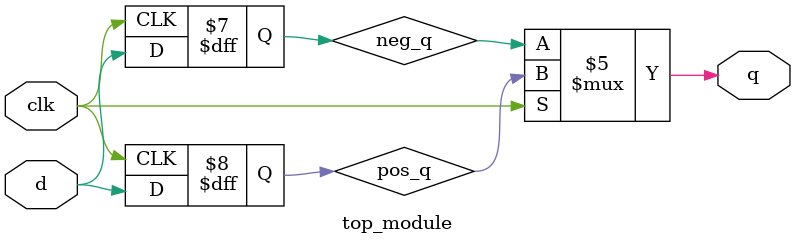
<source format=v>
module top_module (
    input clk,
    input d,
    output reg q
);
    reg pos_q,neg_q;
    
    always @(posedge clk) begin
        pos_q <= d;
    end

    always @(negedge clk) begin
        neg_q <= d;
    end

    always @(clk) begin
        if (clk) begin
            q = pos_q;
        end
        else begin
            q = neg_q;
        end
    end

endmodule
</source>
